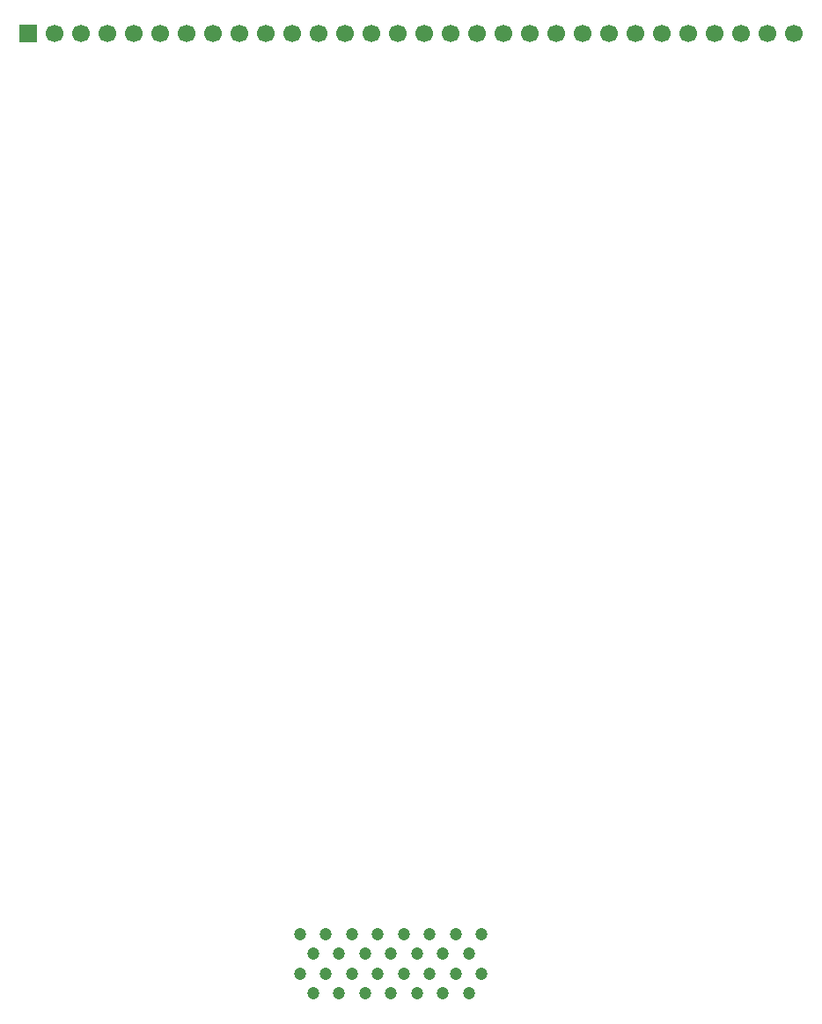
<source format=gbl>
G04 #@! TF.GenerationSoftware,KiCad,Pcbnew,9.0.1*
G04 #@! TF.CreationDate,2025-04-18T23:06:30-04:00*
G04 #@! TF.ProjectId,PCE_SCSI_Logic,5043455f-5343-4534-995f-4c6f6769632e,rev?*
G04 #@! TF.SameCoordinates,Original*
G04 #@! TF.FileFunction,Copper,L2,Bot*
G04 #@! TF.FilePolarity,Positive*
%FSLAX46Y46*%
G04 Gerber Fmt 4.6, Leading zero omitted, Abs format (unit mm)*
G04 Created by KiCad (PCBNEW 9.0.1) date 2025-04-18 23:06:30*
%MOMM*%
%LPD*%
G01*
G04 APERTURE LIST*
G04 #@! TA.AperFunction,ComponentPad*
%ADD10C,1.200000*%
G04 #@! TD*
G04 #@! TA.AperFunction,ComponentPad*
%ADD11R,1.700000X1.700000*%
G04 #@! TD*
G04 #@! TA.AperFunction,ComponentPad*
%ADD12C,1.700000*%
G04 #@! TD*
G04 APERTURE END LIST*
D10*
G04 #@! TO.P,J2,1,Pin_1*
G04 #@! TO.N,/D0*
X139700000Y-150285000D03*
G04 #@! TO.P,J2,2,Pin_2*
G04 #@! TO.N,/~{SCSI_IO}*
X139700000Y-154095000D03*
G04 #@! TO.P,J2,3,Pin_3*
G04 #@! TO.N,/EXCK*
X140950000Y-152190000D03*
G04 #@! TO.P,J2,4,Pin_4*
G04 #@! TO.N,/GND*
X140950000Y-156000000D03*
G04 #@! TO.P,J2,5,Pin_5*
G04 #@! TO.N,/D1*
X142200000Y-150285000D03*
G04 #@! TO.P,J2,6,Pin_6*
G04 #@! TO.N,/GND*
X142200000Y-154095000D03*
G04 #@! TO.P,J2,7,Pin_7*
G04 #@! TO.N,/SBSO*
X143450000Y-152190000D03*
G04 #@! TO.P,J2,8,Pin_8*
G04 #@! TO.N,/AUDIO_L*
X143450000Y-156000000D03*
G04 #@! TO.P,J2,9,Pin_9*
G04 #@! TO.N,/D2*
X144700000Y-150285000D03*
G04 #@! TO.P,J2,10,Pin_10*
G04 #@! TO.N,/GND*
X144700000Y-154095000D03*
G04 #@! TO.P,J2,11,Pin_11*
G04 #@! TO.N,/PCM_DAT*
X145950000Y-152190000D03*
G04 #@! TO.P,J2,12,Pin_12*
G04 #@! TO.N,/AUDIO_R*
X145950000Y-156000000D03*
G04 #@! TO.P,J2,13,Pin_13*
G04 #@! TO.N,/D3*
X147200000Y-150285000D03*
G04 #@! TO.P,J2,14,Pin_14*
G04 #@! TO.N,/+9V*
X147200000Y-154095000D03*
G04 #@! TO.P,J2,15,Pin_15*
G04 #@! TO.N,/PCM_LRCK*
X148450000Y-152190000D03*
G04 #@! TO.P,J2,16,Pin_16*
G04 #@! TO.N,/+9V*
X148450000Y-156000000D03*
G04 #@! TO.P,J2,17,Pin_17*
G04 #@! TO.N,/D4*
X149700000Y-150285000D03*
G04 #@! TO.P,J2,18,Pin_18*
G04 #@! TO.N,/~{SCSI_BSY}*
X149700000Y-154095000D03*
G04 #@! TO.P,J2,19,Pin_19*
G04 #@! TO.N,/WFCK*
X150950000Y-152190000D03*
G04 #@! TO.P,J2,20,Pin_20*
G04 #@! TO.N,/~{SCSI_MSG}*
X150950000Y-156000000D03*
G04 #@! TO.P,J2,21,Pin_21*
G04 #@! TO.N,/D5*
X152200000Y-150285000D03*
G04 #@! TO.P,J2,22,Pin_22*
G04 #@! TO.N,/~{SCSI_CD}*
X152200000Y-154095000D03*
G04 #@! TO.P,J2,23,Pin_23*
G04 #@! TO.N,/~{SCSI_SEL}*
X153450000Y-152190000D03*
G04 #@! TO.P,J2,24,Pin_24*
G04 #@! TO.N,/SCOR*
X153450000Y-156000000D03*
G04 #@! TO.P,J2,25,Pin_25*
G04 #@! TO.N,/D6*
X154700000Y-150285000D03*
G04 #@! TO.P,J2,26,Pin_26*
G04 #@! TO.N,/PCM_BCLK*
X154700000Y-154095000D03*
G04 #@! TO.P,J2,27,Pin_27*
G04 #@! TO.N,/~{SCSI_RST}*
X155950000Y-152190000D03*
G04 #@! TO.P,J2,28,Pin_28*
G04 #@! TO.N,/~{SCSI_REQ}*
X155950000Y-156000000D03*
G04 #@! TO.P,J2,29,Pin_29*
G04 #@! TO.N,/D7*
X157200000Y-150285000D03*
G04 #@! TO.P,J2,30,Pin_30*
G04 #@! TO.N,/~{SCSI_ACK}*
X157200000Y-154095000D03*
G04 #@! TD*
D11*
G04 #@! TO.P,J1,1,Pin_1*
G04 #@! TO.N,/D0*
X113580000Y-63695000D03*
D12*
G04 #@! TO.P,J1,2,Pin_2*
G04 #@! TO.N,/~{SCSI_IO}*
X116120000Y-63695000D03*
G04 #@! TO.P,J1,3,Pin_3*
G04 #@! TO.N,/EXCK*
X118660000Y-63695000D03*
G04 #@! TO.P,J1,4,Pin_4*
G04 #@! TO.N,/GND*
X121200000Y-63695000D03*
G04 #@! TO.P,J1,5,Pin_5*
G04 #@! TO.N,/D1*
X123740000Y-63695000D03*
G04 #@! TO.P,J1,6,Pin_6*
G04 #@! TO.N,/GND*
X126280000Y-63695000D03*
G04 #@! TO.P,J1,7,Pin_7*
G04 #@! TO.N,/SBSO*
X128820000Y-63695000D03*
G04 #@! TO.P,J1,8,Pin_8*
G04 #@! TO.N,/AUDIO_L*
X131360000Y-63695000D03*
G04 #@! TO.P,J1,9,Pin_9*
G04 #@! TO.N,/D2*
X133900000Y-63695000D03*
G04 #@! TO.P,J1,10,Pin_10*
G04 #@! TO.N,/GND*
X136440000Y-63695000D03*
G04 #@! TO.P,J1,11,Pin_11*
G04 #@! TO.N,/PCM_DAT*
X138980000Y-63695000D03*
G04 #@! TO.P,J1,12,Pin_12*
G04 #@! TO.N,/AUDIO_R*
X141520000Y-63695000D03*
G04 #@! TO.P,J1,13,Pin_13*
G04 #@! TO.N,/D3*
X144060000Y-63695000D03*
G04 #@! TO.P,J1,14,Pin_14*
G04 #@! TO.N,/+9V*
X146600000Y-63695000D03*
G04 #@! TO.P,J1,15,Pin_15*
G04 #@! TO.N,/PCM_LRCK*
X149140000Y-63695000D03*
G04 #@! TO.P,J1,16,Pin_16*
G04 #@! TO.N,/+9V*
X151680000Y-63695000D03*
G04 #@! TO.P,J1,17,Pin_17*
G04 #@! TO.N,/D4*
X154220000Y-63695000D03*
G04 #@! TO.P,J1,18,Pin_18*
G04 #@! TO.N,/~{SCSI_BSY}*
X156760000Y-63695000D03*
G04 #@! TO.P,J1,19,Pin_19*
G04 #@! TO.N,/WFCK*
X159300000Y-63695000D03*
G04 #@! TO.P,J1,20,Pin_20*
G04 #@! TO.N,/~{SCSI_MSG}*
X161840000Y-63695000D03*
G04 #@! TO.P,J1,21,Pin_21*
G04 #@! TO.N,/D5*
X164380000Y-63695000D03*
G04 #@! TO.P,J1,22,Pin_22*
G04 #@! TO.N,/~{SCSI_CD}*
X166920000Y-63695000D03*
G04 #@! TO.P,J1,23,Pin_23*
G04 #@! TO.N,/~{SCSI_SEL}*
X169460000Y-63695000D03*
G04 #@! TO.P,J1,24,Pin_24*
G04 #@! TO.N,/SCOR*
X172000000Y-63695000D03*
G04 #@! TO.P,J1,25,Pin_25*
G04 #@! TO.N,/D6*
X174540000Y-63695000D03*
G04 #@! TO.P,J1,26,Pin_26*
G04 #@! TO.N,/PCM_BCLK*
X177080000Y-63695000D03*
G04 #@! TO.P,J1,27,Pin_27*
G04 #@! TO.N,/~{SCSI_RST}*
X179620000Y-63695000D03*
G04 #@! TO.P,J1,28,Pin_28*
G04 #@! TO.N,/~{SCSI_REQ}*
X182160000Y-63695000D03*
G04 #@! TO.P,J1,29,Pin_29*
G04 #@! TO.N,/D7*
X184700000Y-63695000D03*
G04 #@! TO.P,J1,30,Pin_30*
G04 #@! TO.N,/~{SCSI_ACK}*
X187240000Y-63695000D03*
G04 #@! TD*
M02*

</source>
